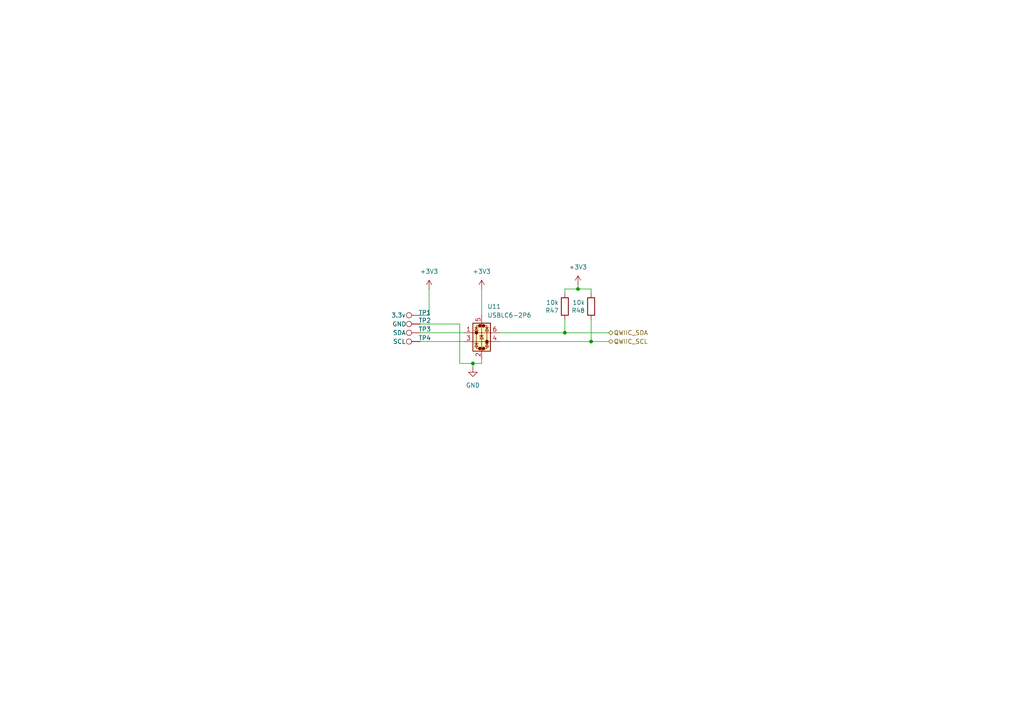
<source format=kicad_sch>
(kicad_sch (version 20250114) (generator "eeschema") (generator_version "9.0")
  (paper "A4")
  (title_block (title "Mainboard replacement for Nokia 3310") (date "29-12-2025") (rev "Rev A") (company "Mesh3310") (comment 1 "JDJ electronics"))
  (lib_symbols
    (symbol "Connector:TestPoint" (pin_numbers (hide yes)) (pin_names (offset 0.762) (hide yes))
      (property "Reference" "TP" (at 0 6.858 0))
      (property "Value" "TestPoint" (at 0 5.08 0))
      (symbol "TestPoint_0_1"
        (circle (center 0 3.302) (radius 0.762))
      )
      (symbol "TestPoint_1_1"
        (pin passive line (at 0 0 90) (length 2.54) (name "1") (number "1"))
      )
    )
    (symbol "Power_Protection:USBLC6-2P6" (pin_names (hide yes))
      (property "Reference" "U" (at 0.635 5.715 0))
      (property "Value" "USBLC6-2P6" (at 0.635 3.81 0))
      (symbol "USBLC6-2P6_0_0"
        (circle (center -1.524 0) (radius 0.0001) (stroke (width 0.508)))
        (circle (center -0.508 2.032) (radius 0.0001) (stroke (width 0.508)))
        (circle (center -0.508 -4.572) (radius 0.0001) (stroke (width 0.508)))
        (circle (center 0.508 2.032) (radius 0.0001) (stroke (width 0.508)))
        (circle (center 0.508 -4.572) (radius 0.0001) (stroke (width 0.508)))
        (circle (center 1.524 -2.54) (radius 0.0001) (stroke (width 0.508)))
      )
      (symbol "USBLC6-2P6_0_1"
        (polyline (pts (xy -2.54 0) (xy 2.54 0)))
        (polyline (pts (xy -2.54 -2.54) (xy 2.54 -2.54)))
        (polyline (pts (xy -2.032 0.508) (xy -1.016 0.508) (xy -1.524 1.524) (xy -2.032 0.508)))
        (polyline (pts (xy -2.032 -3.048) (xy -1.016 -3.048)))
        (polyline (pts (xy -1.016 1.524) (xy -2.032 1.524)))
        (polyline (pts (xy -1.016 -4.064) (xy -2.032 -4.064) (xy -1.524 -3.048) (xy -1.016 -4.064)))
        (polyline (pts (xy -0.508 -1.143) (xy -0.508 -0.762) (xy 0.508 -0.762)))
        (polyline (pts (xy 0 2.54) (xy -0.508 2.032) (xy 0.508 2.032) (xy 0 1.524) (xy 0 -4.064) (xy -0.508 -4.572) (xy 0.508 -4.572) (xy 0 -5.08)))
        (polyline (pts (xy 0.508 -1.778) (xy -0.508 -1.778) (xy 0 -0.762) (xy 0.508 -1.778)))
        (polyline (pts (xy 1.016 1.524) (xy 2.032 1.524)))
        (polyline (pts (xy 1.016 -3.048) (xy 2.032 -3.048)))
        (polyline (pts (xy 2.032 0.508) (xy 1.016 0.508) (xy 1.524 1.524) (xy 2.032 0.508)))
        (polyline (pts (xy 2.032 -4.064) (xy 1.016 -4.064) (xy 1.524 -3.048) (xy 2.032 -4.064)))
      )
      (symbol "USBLC6-2P6_1_1"
        (rectangle (start -2.54 2.794) (end 2.54 -5.334) (stroke (width 0.254)) (fill (type background)))
        (polyline (pts (xy -0.508 2.032) (xy -1.524 2.032) (xy -1.524 -4.572) (xy -0.508 -4.572)))
        (polyline (pts (xy 0.508 -4.572) (xy 1.524 -4.572) (xy 1.524 2.032) (xy 0.508 2.032)))
        (pin passive line (at -5.08 0 0) (length 2.54) (name "I/O1") (number "1"))
        (pin passive line (at -5.08 -2.54 0) (length 2.54) (name "I/O2") (number "3"))
        (pin passive line (at 0 5.08 270) (length 2.54) (name "VBUS") (number "5"))
        (pin passive line (at 0 -7.62 90) (length 2.54) (name "GND") (number "2"))
        (pin passive line (at 5.08 0 180) (length 2.54) (name "I/O1") (number "6"))
        (pin passive line (at 5.08 -2.54 180) (length 2.54) (name "I/O2") (number "4"))
      )
    )
    (symbol "power:+3V3" (power) (pin_numbers (hide yes)) (pin_names (offset 0) (hide yes))
      (property "Value" "+3V3" (at 0 3.556 0))
      (symbol "+3V3_0_1"
        (polyline (pts (xy -0.762 1.27) (xy 0 2.54)))
        (polyline (pts (xy 0 2.54) (xy 0.762 1.27)))
        (polyline (pts (xy 0 0) (xy 0 2.54)))
      )
      (symbol "+3V3_1_1"
        (pin power_in line (at 0 0 90) (length 0) (name "~") (number "1"))
      )
    )
    (symbol "power:GND" (power) (pin_numbers (hide yes)) (pin_names (offset 0) (hide yes))
      (property "Value" "GND" (at 0 -3.81 0))
      (symbol "GND_0_1"
        (polyline (pts (xy 0 0) (xy 0 -1.27) (xy 1.27 -1.27) (xy 0 -2.54) (xy -1.27 -1.27) (xy 0 -1.27)))
      )
      (symbol "GND_1_1"
        (pin power_in line (at 0 0 270) (length 0) (name "~") (number "1"))
      )
    )
    (symbol "symbols:R" (pin_numbers (hide yes)) (pin_names (offset 0))
      (property "Reference" "R" (at 2.032 0 90))
      (property "Value" "R" (at 0 0 90))
      (symbol "R_0_1"
        (rectangle (start -1.016 -2.54) (end 1.016 2.54) (stroke (width 0.254)))
      )
      (symbol "R_1_1"
        (pin passive line (at 0 3.81 270) (length 1.27) (name "~") (number "1"))
        (pin passive line (at 0 -3.81 90) (length 1.27) (name "~") (number "2"))
      )
    )
  )
  (junction (at 163.83 96.52))
  (junction (at 171.45 99.06))
  (junction (at 137.16 105.41))
  (junction (at 167.64 83.82))
  (wire (pts (xy 167.64 83.82) (xy 171.45 83.82)))
  (wire (pts (xy 171.45 92.71) (xy 171.45 99.06)))
  (wire (pts (xy 171.45 83.82) (xy 171.45 85.09)))
  (wire (pts (xy 133.35 93.98) (xy 133.35 105.41)))
  (wire (pts (xy 121.92 99.06) (xy 134.62 99.06)))
  (wire (pts (xy 137.16 105.41) (xy 139.7 105.41)))
  (wire (pts (xy 137.16 106.68) (xy 137.16 105.41)))
  (wire (pts (xy 133.35 105.41) (xy 137.16 105.41)))
  (wire (pts (xy 163.83 83.82) (xy 167.64 83.82)))
  (wire (pts (xy 121.92 91.44) (xy 124.46 91.44)))
  (wire (pts (xy 167.64 82.55) (xy 167.64 83.82)))
  (wire (pts (xy 124.46 83.82) (xy 124.46 91.44)))
  (wire (pts (xy 144.78 96.52) (xy 163.83 96.52)))
  (wire (pts (xy 121.92 96.52) (xy 134.62 96.52)))
  (wire (pts (xy 139.7 105.41) (xy 139.7 104.14)))
  (wire (pts (xy 171.45 99.06) (xy 176.53 99.06)))
  (wire (pts (xy 163.83 96.52) (xy 176.53 96.52)))
  (wire (pts (xy 121.92 93.98) (xy 133.35 93.98)))
  (wire (pts (xy 144.78 99.06) (xy 171.45 99.06)))
  (wire (pts (xy 163.83 92.71) (xy 163.83 96.52)))
  (wire (pts (xy 139.7 83.82) (xy 139.7 91.44)))
  (wire (pts (xy 163.83 83.82) (xy 163.83 85.09)))
  (hierarchical_label "QWIIC_SDA" (shape bidirectional) (at 176.53 96.52 0))
  (hierarchical_label "QWIIC_SCL" (shape bidirectional) (at 176.53 99.06 0))
  (symbol (lib_id "symbols:R") (at 171.45 88.9 180) (unit 1)
    (property "Reference" "R48" (at 169.672 90.0684 0) (effects (justify left)))
    (property "Value" "10k" (at 169.672 87.757 0) (effects (justify left)))
    (property "Footprint" "Resistor_SMD:R_0402_1005Metric" (effects (hide yes)))
    (property "Datasheet" "https://jlcpcb.com/partdetail/26487-0402WGF1002TCE/C25744" (effects (hide yes)))
    (property "LCSC" "C25744" (effects (hide yes)))
  )
  (symbol (lib_id "symbols:R") (at 163.83 88.9 180) (unit 1)
    (property "Reference" "R47" (at 162.052 90.0684 0) (effects (justify left)))
    (property "Value" "10k" (at 162.052 87.757 0) (effects (justify left)))
    (property "Footprint" "Resistor_SMD:R_0402_1005Metric" (effects (hide yes)))
    (property "Datasheet" "https://jlcpcb.com/partdetail/26487-0402WGF1002TCE/C25744" (effects (hide yes)))
    (property "LCSC" "C25744" (effects (hide yes)))
  )
  (symbol (lib_id "Connector:TestPoint") (at 121.92 99.06 90) (unit 1)
    (property "Reference" "TP4" (at 123.19 98.044 90))
    (property "Value" "SCL" (at 115.824 99.06 90))
    (property "Footprint" "TestPoint:TestPoint_Pad_D1.5mm" (effects (hide yes)))
    (property "Description" "test point" (effects (hide yes)))
  )
  (symbol (lib_id "Connector:TestPoint") (at 121.92 96.52 90) (unit 1)
    (property "Reference" "TP3" (at 123.19 95.504 90))
    (property "Value" "SDA" (at 115.824 96.52 90))
    (property "Footprint" "TestPoint:TestPoint_Pad_D1.5mm" (effects (hide yes)))
    (property "Description" "test point" (effects (hide yes)))
  )
  (symbol (lib_id "Power_Protection:USBLC6-2P6") (at 139.7 96.52 0) (unit 1)
    (property "Reference" "U11" (at 141.3511 88.9 0) (effects (justify left)))
    (property "Value" "USBLC6-2P6" (at 141.3511 91.44 0) (effects (justify left)))
    (property "Footprint" "Package_TO_SOT_SMD:SOT-666" (effects (hide yes)))
    (property "Datasheet" "https://jlcpcb.com/partdetail/DOWO-USBLC62P6/C22390016" (effects (hide yes)))
    (property "Description" "Very low capacitance ESD protection diode, 2 data-line, SOT-666" (effects (hide yes)))
    (property "LCSC" "C22390016" (effects (hide yes)))
    (property "FT Rotation Offset" "270" (effects (hide yes)))
  )
  (symbol (lib_id "power:+3V3") (at 167.64 82.55 0) (unit 1)
    (property "Reference" "#PWR096" (effects (hide yes)))
    (property "Value" "+3V3" (at 167.64 77.47 0))
    (property "Description" "Power symbol creates a global label with name \"+3V3\"" (effects (hide yes)))
  )
  (symbol (lib_id "power:+3V3") (at 139.7 83.82 0) (unit 1)
    (property "Reference" "#PWR0101" (effects (hide yes)))
    (property "Value" "+3V3" (at 139.7 78.74 0))
    (property "Description" "Power symbol creates a global label with name \"+3V3\"" (effects (hide yes)))
  )
  (symbol (lib_id "power:+3V3") (at 124.46 83.82 0) (unit 1)
    (property "Reference" "#PWR058" (effects (hide yes)))
    (property "Value" "+3V3" (at 124.46 78.74 0))
    (property "Description" "Power symbol creates a global label with name \"+3V3\"" (effects (hide yes)))
  )
  (symbol (lib_id "power:GND") (at 137.16 106.68 0) (unit 1)
    (property "Reference" "#PWR030" (effects (hide yes)))
    (property "Value" "GND" (at 137.16 111.76 0))
    (property "Description" "Power symbol creates a global label with name \"GND\" , ground" (effects (hide yes)))
  )
  (symbol (lib_id "Connector:TestPoint") (at 121.92 93.98 90) (unit 1)
    (property "Reference" "TP2" (at 123.19 92.964 90))
    (property "Value" "GND" (at 115.824 93.98 90))
    (property "Footprint" "TestPoint:TestPoint_Pad_D1.5mm" (effects (hide yes)))
    (property "Description" "test point" (effects (hide yes)))
  )
  (symbol (lib_id "Connector:TestPoint") (at 121.92 91.44 90) (unit 1)
    (property "Reference" "TP1" (at 123.19 90.678 90))
    (property "Value" "3.3v" (at 115.57 91.44 90))
    (property "Footprint" "TestPoint:TestPoint_Pad_D1.5mm" (effects (hide yes)))
    (property "Description" "test point" (effects (hide yes)))
  )
)
</source>
